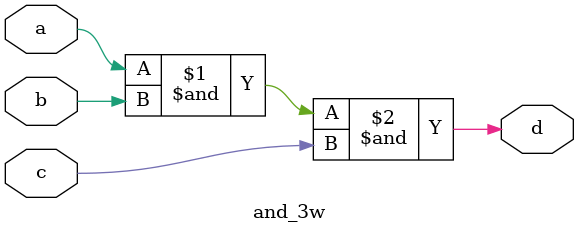
<source format=v>
module and_3w(input a, b, c, output d);
    assign d = (a & b & c);
endmodule
</source>
